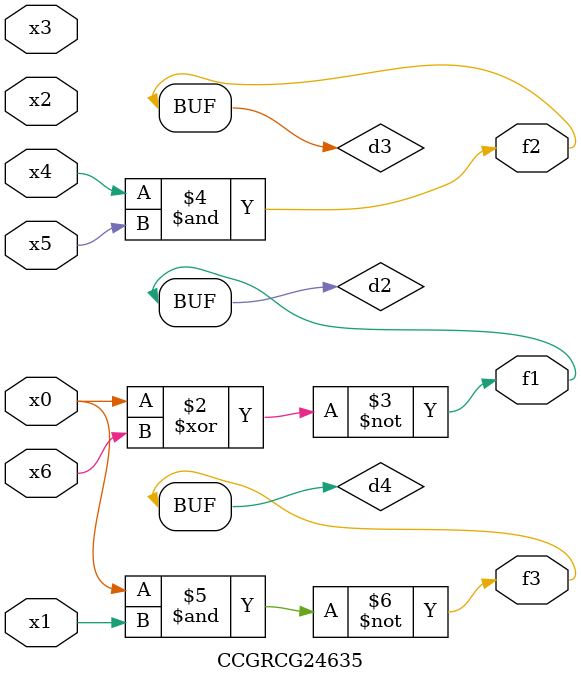
<source format=v>
module CCGRCG24635(
	input x0, x1, x2, x3, x4, x5, x6,
	output f1, f2, f3
);

	wire d1, d2, d3, d4;

	nor (d1, x0);
	xnor (d2, x0, x6);
	and (d3, x4, x5);
	nand (d4, x0, x1);
	assign f1 = d2;
	assign f2 = d3;
	assign f3 = d4;
endmodule

</source>
